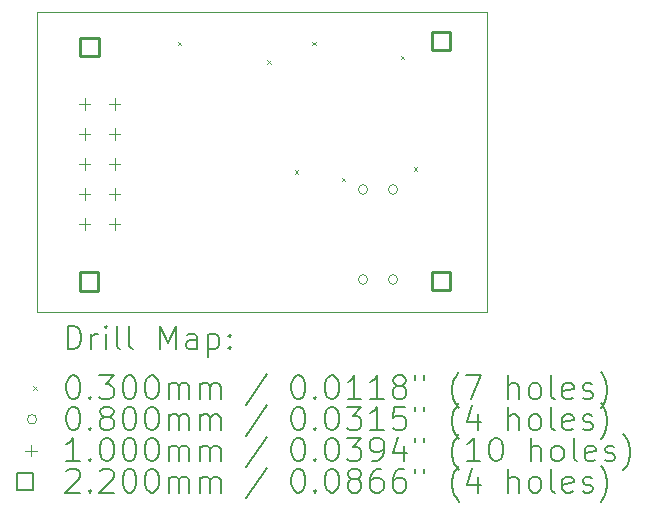
<source format=gbr>
%TF.GenerationSoftware,KiCad,Pcbnew,9.0.3*%
%TF.CreationDate,2025-07-11T14:36:58-05:00*%
%TF.ProjectId,drvplugin,64727670-6c75-4676-996e-2e6b69636164,rev?*%
%TF.SameCoordinates,Original*%
%TF.FileFunction,Drillmap*%
%TF.FilePolarity,Positive*%
%FSLAX45Y45*%
G04 Gerber Fmt 4.5, Leading zero omitted, Abs format (unit mm)*
G04 Created by KiCad (PCBNEW 9.0.3) date 2025-07-11 14:36:58*
%MOMM*%
%LPD*%
G01*
G04 APERTURE LIST*
%ADD10C,0.050000*%
%ADD11C,0.200000*%
%ADD12C,0.100000*%
%ADD13C,0.220000*%
G04 APERTURE END LIST*
D10*
X3540000Y-4210000D02*
X7350000Y-4210000D01*
X7350000Y-6750000D01*
X3540000Y-6750000D01*
X3540000Y-4210000D01*
D11*
D12*
X4730000Y-4460000D02*
X4760000Y-4490000D01*
X4760000Y-4460000D02*
X4730000Y-4490000D01*
X5490000Y-4615000D02*
X5520000Y-4645000D01*
X5520000Y-4615000D02*
X5490000Y-4645000D01*
X5722500Y-5547500D02*
X5752500Y-5577500D01*
X5752500Y-5547500D02*
X5722500Y-5577500D01*
X5870000Y-4460000D02*
X5900000Y-4490000D01*
X5900000Y-4460000D02*
X5870000Y-4490000D01*
X6120000Y-5610000D02*
X6150000Y-5640000D01*
X6150000Y-5610000D02*
X6120000Y-5640000D01*
X6617500Y-4577500D02*
X6647500Y-4607500D01*
X6647500Y-4577500D02*
X6617500Y-4607500D01*
X6727500Y-5522500D02*
X6757500Y-5552500D01*
X6757500Y-5522500D02*
X6727500Y-5552500D01*
X6340000Y-5710000D02*
G75*
G02*
X6260000Y-5710000I-40000J0D01*
G01*
X6260000Y-5710000D02*
G75*
G02*
X6340000Y-5710000I40000J0D01*
G01*
X6340000Y-6472000D02*
G75*
G02*
X6260000Y-6472000I-40000J0D01*
G01*
X6260000Y-6472000D02*
G75*
G02*
X6340000Y-6472000I40000J0D01*
G01*
X6594000Y-5710000D02*
G75*
G02*
X6514000Y-5710000I-40000J0D01*
G01*
X6514000Y-5710000D02*
G75*
G02*
X6594000Y-5710000I40000J0D01*
G01*
X6594000Y-6472000D02*
G75*
G02*
X6514000Y-6472000I-40000J0D01*
G01*
X6514000Y-6472000D02*
G75*
G02*
X6594000Y-6472000I40000J0D01*
G01*
X3942500Y-4937000D02*
X3942500Y-5037000D01*
X3892500Y-4987000D02*
X3992500Y-4987000D01*
X3942500Y-5191000D02*
X3942500Y-5291000D01*
X3892500Y-5241000D02*
X3992500Y-5241000D01*
X3942500Y-5445000D02*
X3942500Y-5545000D01*
X3892500Y-5495000D02*
X3992500Y-5495000D01*
X3942500Y-5699000D02*
X3942500Y-5799000D01*
X3892500Y-5749000D02*
X3992500Y-5749000D01*
X3942500Y-5953000D02*
X3942500Y-6053000D01*
X3892500Y-6003000D02*
X3992500Y-6003000D01*
X4196500Y-4937000D02*
X4196500Y-5037000D01*
X4146500Y-4987000D02*
X4246500Y-4987000D01*
X4196500Y-5191000D02*
X4196500Y-5291000D01*
X4146500Y-5241000D02*
X4246500Y-5241000D01*
X4196500Y-5445000D02*
X4196500Y-5545000D01*
X4146500Y-5495000D02*
X4246500Y-5495000D01*
X4196500Y-5699000D02*
X4196500Y-5799000D01*
X4146500Y-5749000D02*
X4246500Y-5749000D01*
X4196500Y-5953000D02*
X4196500Y-6053000D01*
X4146500Y-6003000D02*
X4246500Y-6003000D01*
D13*
X4057782Y-6567782D02*
X4057782Y-6412217D01*
X3902217Y-6412217D01*
X3902217Y-6567782D01*
X4057782Y-6567782D01*
X4062782Y-4582783D02*
X4062782Y-4427218D01*
X3907217Y-4427218D01*
X3907217Y-4582783D01*
X4062782Y-4582783D01*
X7037782Y-4532783D02*
X7037782Y-4377218D01*
X6882217Y-4377218D01*
X6882217Y-4532783D01*
X7037782Y-4532783D01*
X7037782Y-6562782D02*
X7037782Y-6407217D01*
X6882217Y-6407217D01*
X6882217Y-6562782D01*
X7037782Y-6562782D01*
D11*
X3798277Y-7063984D02*
X3798277Y-6863984D01*
X3798277Y-6863984D02*
X3845896Y-6863984D01*
X3845896Y-6863984D02*
X3874467Y-6873508D01*
X3874467Y-6873508D02*
X3893515Y-6892555D01*
X3893515Y-6892555D02*
X3903039Y-6911603D01*
X3903039Y-6911603D02*
X3912562Y-6949698D01*
X3912562Y-6949698D02*
X3912562Y-6978269D01*
X3912562Y-6978269D02*
X3903039Y-7016365D01*
X3903039Y-7016365D02*
X3893515Y-7035412D01*
X3893515Y-7035412D02*
X3874467Y-7054460D01*
X3874467Y-7054460D02*
X3845896Y-7063984D01*
X3845896Y-7063984D02*
X3798277Y-7063984D01*
X3998277Y-7063984D02*
X3998277Y-6930650D01*
X3998277Y-6968746D02*
X4007801Y-6949698D01*
X4007801Y-6949698D02*
X4017324Y-6940174D01*
X4017324Y-6940174D02*
X4036372Y-6930650D01*
X4036372Y-6930650D02*
X4055420Y-6930650D01*
X4122086Y-7063984D02*
X4122086Y-6930650D01*
X4122086Y-6863984D02*
X4112562Y-6873508D01*
X4112562Y-6873508D02*
X4122086Y-6883031D01*
X4122086Y-6883031D02*
X4131610Y-6873508D01*
X4131610Y-6873508D02*
X4122086Y-6863984D01*
X4122086Y-6863984D02*
X4122086Y-6883031D01*
X4245896Y-7063984D02*
X4226848Y-7054460D01*
X4226848Y-7054460D02*
X4217324Y-7035412D01*
X4217324Y-7035412D02*
X4217324Y-6863984D01*
X4350658Y-7063984D02*
X4331610Y-7054460D01*
X4331610Y-7054460D02*
X4322086Y-7035412D01*
X4322086Y-7035412D02*
X4322086Y-6863984D01*
X4579229Y-7063984D02*
X4579229Y-6863984D01*
X4579229Y-6863984D02*
X4645896Y-7006841D01*
X4645896Y-7006841D02*
X4712563Y-6863984D01*
X4712563Y-6863984D02*
X4712563Y-7063984D01*
X4893515Y-7063984D02*
X4893515Y-6959222D01*
X4893515Y-6959222D02*
X4883991Y-6940174D01*
X4883991Y-6940174D02*
X4864944Y-6930650D01*
X4864944Y-6930650D02*
X4826848Y-6930650D01*
X4826848Y-6930650D02*
X4807801Y-6940174D01*
X4893515Y-7054460D02*
X4874467Y-7063984D01*
X4874467Y-7063984D02*
X4826848Y-7063984D01*
X4826848Y-7063984D02*
X4807801Y-7054460D01*
X4807801Y-7054460D02*
X4798277Y-7035412D01*
X4798277Y-7035412D02*
X4798277Y-7016365D01*
X4798277Y-7016365D02*
X4807801Y-6997317D01*
X4807801Y-6997317D02*
X4826848Y-6987793D01*
X4826848Y-6987793D02*
X4874467Y-6987793D01*
X4874467Y-6987793D02*
X4893515Y-6978269D01*
X4988753Y-6930650D02*
X4988753Y-7130650D01*
X4988753Y-6940174D02*
X5007801Y-6930650D01*
X5007801Y-6930650D02*
X5045896Y-6930650D01*
X5045896Y-6930650D02*
X5064944Y-6940174D01*
X5064944Y-6940174D02*
X5074467Y-6949698D01*
X5074467Y-6949698D02*
X5083991Y-6968746D01*
X5083991Y-6968746D02*
X5083991Y-7025888D01*
X5083991Y-7025888D02*
X5074467Y-7044936D01*
X5074467Y-7044936D02*
X5064944Y-7054460D01*
X5064944Y-7054460D02*
X5045896Y-7063984D01*
X5045896Y-7063984D02*
X5007801Y-7063984D01*
X5007801Y-7063984D02*
X4988753Y-7054460D01*
X5169705Y-7044936D02*
X5179229Y-7054460D01*
X5179229Y-7054460D02*
X5169705Y-7063984D01*
X5169705Y-7063984D02*
X5160182Y-7054460D01*
X5160182Y-7054460D02*
X5169705Y-7044936D01*
X5169705Y-7044936D02*
X5169705Y-7063984D01*
X5169705Y-6940174D02*
X5179229Y-6949698D01*
X5179229Y-6949698D02*
X5169705Y-6959222D01*
X5169705Y-6959222D02*
X5160182Y-6949698D01*
X5160182Y-6949698D02*
X5169705Y-6940174D01*
X5169705Y-6940174D02*
X5169705Y-6959222D01*
D12*
X3507500Y-7377500D02*
X3537500Y-7407500D01*
X3537500Y-7377500D02*
X3507500Y-7407500D01*
D11*
X3836372Y-7283984D02*
X3855420Y-7283984D01*
X3855420Y-7283984D02*
X3874467Y-7293508D01*
X3874467Y-7293508D02*
X3883991Y-7303031D01*
X3883991Y-7303031D02*
X3893515Y-7322079D01*
X3893515Y-7322079D02*
X3903039Y-7360174D01*
X3903039Y-7360174D02*
X3903039Y-7407793D01*
X3903039Y-7407793D02*
X3893515Y-7445888D01*
X3893515Y-7445888D02*
X3883991Y-7464936D01*
X3883991Y-7464936D02*
X3874467Y-7474460D01*
X3874467Y-7474460D02*
X3855420Y-7483984D01*
X3855420Y-7483984D02*
X3836372Y-7483984D01*
X3836372Y-7483984D02*
X3817324Y-7474460D01*
X3817324Y-7474460D02*
X3807801Y-7464936D01*
X3807801Y-7464936D02*
X3798277Y-7445888D01*
X3798277Y-7445888D02*
X3788753Y-7407793D01*
X3788753Y-7407793D02*
X3788753Y-7360174D01*
X3788753Y-7360174D02*
X3798277Y-7322079D01*
X3798277Y-7322079D02*
X3807801Y-7303031D01*
X3807801Y-7303031D02*
X3817324Y-7293508D01*
X3817324Y-7293508D02*
X3836372Y-7283984D01*
X3988753Y-7464936D02*
X3998277Y-7474460D01*
X3998277Y-7474460D02*
X3988753Y-7483984D01*
X3988753Y-7483984D02*
X3979229Y-7474460D01*
X3979229Y-7474460D02*
X3988753Y-7464936D01*
X3988753Y-7464936D02*
X3988753Y-7483984D01*
X4064943Y-7283984D02*
X4188753Y-7283984D01*
X4188753Y-7283984D02*
X4122086Y-7360174D01*
X4122086Y-7360174D02*
X4150658Y-7360174D01*
X4150658Y-7360174D02*
X4169705Y-7369698D01*
X4169705Y-7369698D02*
X4179229Y-7379222D01*
X4179229Y-7379222D02*
X4188753Y-7398269D01*
X4188753Y-7398269D02*
X4188753Y-7445888D01*
X4188753Y-7445888D02*
X4179229Y-7464936D01*
X4179229Y-7464936D02*
X4169705Y-7474460D01*
X4169705Y-7474460D02*
X4150658Y-7483984D01*
X4150658Y-7483984D02*
X4093515Y-7483984D01*
X4093515Y-7483984D02*
X4074467Y-7474460D01*
X4074467Y-7474460D02*
X4064943Y-7464936D01*
X4312563Y-7283984D02*
X4331610Y-7283984D01*
X4331610Y-7283984D02*
X4350658Y-7293508D01*
X4350658Y-7293508D02*
X4360182Y-7303031D01*
X4360182Y-7303031D02*
X4369705Y-7322079D01*
X4369705Y-7322079D02*
X4379229Y-7360174D01*
X4379229Y-7360174D02*
X4379229Y-7407793D01*
X4379229Y-7407793D02*
X4369705Y-7445888D01*
X4369705Y-7445888D02*
X4360182Y-7464936D01*
X4360182Y-7464936D02*
X4350658Y-7474460D01*
X4350658Y-7474460D02*
X4331610Y-7483984D01*
X4331610Y-7483984D02*
X4312563Y-7483984D01*
X4312563Y-7483984D02*
X4293515Y-7474460D01*
X4293515Y-7474460D02*
X4283991Y-7464936D01*
X4283991Y-7464936D02*
X4274467Y-7445888D01*
X4274467Y-7445888D02*
X4264944Y-7407793D01*
X4264944Y-7407793D02*
X4264944Y-7360174D01*
X4264944Y-7360174D02*
X4274467Y-7322079D01*
X4274467Y-7322079D02*
X4283991Y-7303031D01*
X4283991Y-7303031D02*
X4293515Y-7293508D01*
X4293515Y-7293508D02*
X4312563Y-7283984D01*
X4503039Y-7283984D02*
X4522086Y-7283984D01*
X4522086Y-7283984D02*
X4541134Y-7293508D01*
X4541134Y-7293508D02*
X4550658Y-7303031D01*
X4550658Y-7303031D02*
X4560182Y-7322079D01*
X4560182Y-7322079D02*
X4569705Y-7360174D01*
X4569705Y-7360174D02*
X4569705Y-7407793D01*
X4569705Y-7407793D02*
X4560182Y-7445888D01*
X4560182Y-7445888D02*
X4550658Y-7464936D01*
X4550658Y-7464936D02*
X4541134Y-7474460D01*
X4541134Y-7474460D02*
X4522086Y-7483984D01*
X4522086Y-7483984D02*
X4503039Y-7483984D01*
X4503039Y-7483984D02*
X4483991Y-7474460D01*
X4483991Y-7474460D02*
X4474467Y-7464936D01*
X4474467Y-7464936D02*
X4464944Y-7445888D01*
X4464944Y-7445888D02*
X4455420Y-7407793D01*
X4455420Y-7407793D02*
X4455420Y-7360174D01*
X4455420Y-7360174D02*
X4464944Y-7322079D01*
X4464944Y-7322079D02*
X4474467Y-7303031D01*
X4474467Y-7303031D02*
X4483991Y-7293508D01*
X4483991Y-7293508D02*
X4503039Y-7283984D01*
X4655420Y-7483984D02*
X4655420Y-7350650D01*
X4655420Y-7369698D02*
X4664944Y-7360174D01*
X4664944Y-7360174D02*
X4683991Y-7350650D01*
X4683991Y-7350650D02*
X4712563Y-7350650D01*
X4712563Y-7350650D02*
X4731610Y-7360174D01*
X4731610Y-7360174D02*
X4741134Y-7379222D01*
X4741134Y-7379222D02*
X4741134Y-7483984D01*
X4741134Y-7379222D02*
X4750658Y-7360174D01*
X4750658Y-7360174D02*
X4769705Y-7350650D01*
X4769705Y-7350650D02*
X4798277Y-7350650D01*
X4798277Y-7350650D02*
X4817325Y-7360174D01*
X4817325Y-7360174D02*
X4826848Y-7379222D01*
X4826848Y-7379222D02*
X4826848Y-7483984D01*
X4922086Y-7483984D02*
X4922086Y-7350650D01*
X4922086Y-7369698D02*
X4931610Y-7360174D01*
X4931610Y-7360174D02*
X4950658Y-7350650D01*
X4950658Y-7350650D02*
X4979229Y-7350650D01*
X4979229Y-7350650D02*
X4998277Y-7360174D01*
X4998277Y-7360174D02*
X5007801Y-7379222D01*
X5007801Y-7379222D02*
X5007801Y-7483984D01*
X5007801Y-7379222D02*
X5017325Y-7360174D01*
X5017325Y-7360174D02*
X5036372Y-7350650D01*
X5036372Y-7350650D02*
X5064944Y-7350650D01*
X5064944Y-7350650D02*
X5083991Y-7360174D01*
X5083991Y-7360174D02*
X5093515Y-7379222D01*
X5093515Y-7379222D02*
X5093515Y-7483984D01*
X5483991Y-7274460D02*
X5312563Y-7531603D01*
X5741134Y-7283984D02*
X5760182Y-7283984D01*
X5760182Y-7283984D02*
X5779229Y-7293508D01*
X5779229Y-7293508D02*
X5788753Y-7303031D01*
X5788753Y-7303031D02*
X5798277Y-7322079D01*
X5798277Y-7322079D02*
X5807801Y-7360174D01*
X5807801Y-7360174D02*
X5807801Y-7407793D01*
X5807801Y-7407793D02*
X5798277Y-7445888D01*
X5798277Y-7445888D02*
X5788753Y-7464936D01*
X5788753Y-7464936D02*
X5779229Y-7474460D01*
X5779229Y-7474460D02*
X5760182Y-7483984D01*
X5760182Y-7483984D02*
X5741134Y-7483984D01*
X5741134Y-7483984D02*
X5722086Y-7474460D01*
X5722086Y-7474460D02*
X5712563Y-7464936D01*
X5712563Y-7464936D02*
X5703039Y-7445888D01*
X5703039Y-7445888D02*
X5693515Y-7407793D01*
X5693515Y-7407793D02*
X5693515Y-7360174D01*
X5693515Y-7360174D02*
X5703039Y-7322079D01*
X5703039Y-7322079D02*
X5712563Y-7303031D01*
X5712563Y-7303031D02*
X5722086Y-7293508D01*
X5722086Y-7293508D02*
X5741134Y-7283984D01*
X5893515Y-7464936D02*
X5903039Y-7474460D01*
X5903039Y-7474460D02*
X5893515Y-7483984D01*
X5893515Y-7483984D02*
X5883991Y-7474460D01*
X5883991Y-7474460D02*
X5893515Y-7464936D01*
X5893515Y-7464936D02*
X5893515Y-7483984D01*
X6026848Y-7283984D02*
X6045896Y-7283984D01*
X6045896Y-7283984D02*
X6064944Y-7293508D01*
X6064944Y-7293508D02*
X6074467Y-7303031D01*
X6074467Y-7303031D02*
X6083991Y-7322079D01*
X6083991Y-7322079D02*
X6093515Y-7360174D01*
X6093515Y-7360174D02*
X6093515Y-7407793D01*
X6093515Y-7407793D02*
X6083991Y-7445888D01*
X6083991Y-7445888D02*
X6074467Y-7464936D01*
X6074467Y-7464936D02*
X6064944Y-7474460D01*
X6064944Y-7474460D02*
X6045896Y-7483984D01*
X6045896Y-7483984D02*
X6026848Y-7483984D01*
X6026848Y-7483984D02*
X6007801Y-7474460D01*
X6007801Y-7474460D02*
X5998277Y-7464936D01*
X5998277Y-7464936D02*
X5988753Y-7445888D01*
X5988753Y-7445888D02*
X5979229Y-7407793D01*
X5979229Y-7407793D02*
X5979229Y-7360174D01*
X5979229Y-7360174D02*
X5988753Y-7322079D01*
X5988753Y-7322079D02*
X5998277Y-7303031D01*
X5998277Y-7303031D02*
X6007801Y-7293508D01*
X6007801Y-7293508D02*
X6026848Y-7283984D01*
X6283991Y-7483984D02*
X6169706Y-7483984D01*
X6226848Y-7483984D02*
X6226848Y-7283984D01*
X6226848Y-7283984D02*
X6207801Y-7312555D01*
X6207801Y-7312555D02*
X6188753Y-7331603D01*
X6188753Y-7331603D02*
X6169706Y-7341127D01*
X6474467Y-7483984D02*
X6360182Y-7483984D01*
X6417325Y-7483984D02*
X6417325Y-7283984D01*
X6417325Y-7283984D02*
X6398277Y-7312555D01*
X6398277Y-7312555D02*
X6379229Y-7331603D01*
X6379229Y-7331603D02*
X6360182Y-7341127D01*
X6588753Y-7369698D02*
X6569706Y-7360174D01*
X6569706Y-7360174D02*
X6560182Y-7350650D01*
X6560182Y-7350650D02*
X6550658Y-7331603D01*
X6550658Y-7331603D02*
X6550658Y-7322079D01*
X6550658Y-7322079D02*
X6560182Y-7303031D01*
X6560182Y-7303031D02*
X6569706Y-7293508D01*
X6569706Y-7293508D02*
X6588753Y-7283984D01*
X6588753Y-7283984D02*
X6626848Y-7283984D01*
X6626848Y-7283984D02*
X6645896Y-7293508D01*
X6645896Y-7293508D02*
X6655420Y-7303031D01*
X6655420Y-7303031D02*
X6664944Y-7322079D01*
X6664944Y-7322079D02*
X6664944Y-7331603D01*
X6664944Y-7331603D02*
X6655420Y-7350650D01*
X6655420Y-7350650D02*
X6645896Y-7360174D01*
X6645896Y-7360174D02*
X6626848Y-7369698D01*
X6626848Y-7369698D02*
X6588753Y-7369698D01*
X6588753Y-7369698D02*
X6569706Y-7379222D01*
X6569706Y-7379222D02*
X6560182Y-7388746D01*
X6560182Y-7388746D02*
X6550658Y-7407793D01*
X6550658Y-7407793D02*
X6550658Y-7445888D01*
X6550658Y-7445888D02*
X6560182Y-7464936D01*
X6560182Y-7464936D02*
X6569706Y-7474460D01*
X6569706Y-7474460D02*
X6588753Y-7483984D01*
X6588753Y-7483984D02*
X6626848Y-7483984D01*
X6626848Y-7483984D02*
X6645896Y-7474460D01*
X6645896Y-7474460D02*
X6655420Y-7464936D01*
X6655420Y-7464936D02*
X6664944Y-7445888D01*
X6664944Y-7445888D02*
X6664944Y-7407793D01*
X6664944Y-7407793D02*
X6655420Y-7388746D01*
X6655420Y-7388746D02*
X6645896Y-7379222D01*
X6645896Y-7379222D02*
X6626848Y-7369698D01*
X6741134Y-7283984D02*
X6741134Y-7322079D01*
X6817325Y-7283984D02*
X6817325Y-7322079D01*
X7112563Y-7560174D02*
X7103039Y-7550650D01*
X7103039Y-7550650D02*
X7083991Y-7522079D01*
X7083991Y-7522079D02*
X7074468Y-7503031D01*
X7074468Y-7503031D02*
X7064944Y-7474460D01*
X7064944Y-7474460D02*
X7055420Y-7426841D01*
X7055420Y-7426841D02*
X7055420Y-7388746D01*
X7055420Y-7388746D02*
X7064944Y-7341127D01*
X7064944Y-7341127D02*
X7074468Y-7312555D01*
X7074468Y-7312555D02*
X7083991Y-7293508D01*
X7083991Y-7293508D02*
X7103039Y-7264936D01*
X7103039Y-7264936D02*
X7112563Y-7255412D01*
X7169706Y-7283984D02*
X7303039Y-7283984D01*
X7303039Y-7283984D02*
X7217325Y-7483984D01*
X7531610Y-7483984D02*
X7531610Y-7283984D01*
X7617325Y-7483984D02*
X7617325Y-7379222D01*
X7617325Y-7379222D02*
X7607801Y-7360174D01*
X7607801Y-7360174D02*
X7588753Y-7350650D01*
X7588753Y-7350650D02*
X7560182Y-7350650D01*
X7560182Y-7350650D02*
X7541134Y-7360174D01*
X7541134Y-7360174D02*
X7531610Y-7369698D01*
X7741134Y-7483984D02*
X7722087Y-7474460D01*
X7722087Y-7474460D02*
X7712563Y-7464936D01*
X7712563Y-7464936D02*
X7703039Y-7445888D01*
X7703039Y-7445888D02*
X7703039Y-7388746D01*
X7703039Y-7388746D02*
X7712563Y-7369698D01*
X7712563Y-7369698D02*
X7722087Y-7360174D01*
X7722087Y-7360174D02*
X7741134Y-7350650D01*
X7741134Y-7350650D02*
X7769706Y-7350650D01*
X7769706Y-7350650D02*
X7788753Y-7360174D01*
X7788753Y-7360174D02*
X7798277Y-7369698D01*
X7798277Y-7369698D02*
X7807801Y-7388746D01*
X7807801Y-7388746D02*
X7807801Y-7445888D01*
X7807801Y-7445888D02*
X7798277Y-7464936D01*
X7798277Y-7464936D02*
X7788753Y-7474460D01*
X7788753Y-7474460D02*
X7769706Y-7483984D01*
X7769706Y-7483984D02*
X7741134Y-7483984D01*
X7922087Y-7483984D02*
X7903039Y-7474460D01*
X7903039Y-7474460D02*
X7893515Y-7455412D01*
X7893515Y-7455412D02*
X7893515Y-7283984D01*
X8074468Y-7474460D02*
X8055420Y-7483984D01*
X8055420Y-7483984D02*
X8017325Y-7483984D01*
X8017325Y-7483984D02*
X7998277Y-7474460D01*
X7998277Y-7474460D02*
X7988753Y-7455412D01*
X7988753Y-7455412D02*
X7988753Y-7379222D01*
X7988753Y-7379222D02*
X7998277Y-7360174D01*
X7998277Y-7360174D02*
X8017325Y-7350650D01*
X8017325Y-7350650D02*
X8055420Y-7350650D01*
X8055420Y-7350650D02*
X8074468Y-7360174D01*
X8074468Y-7360174D02*
X8083991Y-7379222D01*
X8083991Y-7379222D02*
X8083991Y-7398269D01*
X8083991Y-7398269D02*
X7988753Y-7417317D01*
X8160182Y-7474460D02*
X8179230Y-7483984D01*
X8179230Y-7483984D02*
X8217325Y-7483984D01*
X8217325Y-7483984D02*
X8236372Y-7474460D01*
X8236372Y-7474460D02*
X8245896Y-7455412D01*
X8245896Y-7455412D02*
X8245896Y-7445888D01*
X8245896Y-7445888D02*
X8236372Y-7426841D01*
X8236372Y-7426841D02*
X8217325Y-7417317D01*
X8217325Y-7417317D02*
X8188753Y-7417317D01*
X8188753Y-7417317D02*
X8169706Y-7407793D01*
X8169706Y-7407793D02*
X8160182Y-7388746D01*
X8160182Y-7388746D02*
X8160182Y-7379222D01*
X8160182Y-7379222D02*
X8169706Y-7360174D01*
X8169706Y-7360174D02*
X8188753Y-7350650D01*
X8188753Y-7350650D02*
X8217325Y-7350650D01*
X8217325Y-7350650D02*
X8236372Y-7360174D01*
X8312563Y-7560174D02*
X8322087Y-7550650D01*
X8322087Y-7550650D02*
X8341134Y-7522079D01*
X8341134Y-7522079D02*
X8350658Y-7503031D01*
X8350658Y-7503031D02*
X8360182Y-7474460D01*
X8360182Y-7474460D02*
X8369706Y-7426841D01*
X8369706Y-7426841D02*
X8369706Y-7388746D01*
X8369706Y-7388746D02*
X8360182Y-7341127D01*
X8360182Y-7341127D02*
X8350658Y-7312555D01*
X8350658Y-7312555D02*
X8341134Y-7293508D01*
X8341134Y-7293508D02*
X8322087Y-7264936D01*
X8322087Y-7264936D02*
X8312563Y-7255412D01*
D12*
X3537500Y-7656500D02*
G75*
G02*
X3457500Y-7656500I-40000J0D01*
G01*
X3457500Y-7656500D02*
G75*
G02*
X3537500Y-7656500I40000J0D01*
G01*
D11*
X3836372Y-7547984D02*
X3855420Y-7547984D01*
X3855420Y-7547984D02*
X3874467Y-7557508D01*
X3874467Y-7557508D02*
X3883991Y-7567031D01*
X3883991Y-7567031D02*
X3893515Y-7586079D01*
X3893515Y-7586079D02*
X3903039Y-7624174D01*
X3903039Y-7624174D02*
X3903039Y-7671793D01*
X3903039Y-7671793D02*
X3893515Y-7709888D01*
X3893515Y-7709888D02*
X3883991Y-7728936D01*
X3883991Y-7728936D02*
X3874467Y-7738460D01*
X3874467Y-7738460D02*
X3855420Y-7747984D01*
X3855420Y-7747984D02*
X3836372Y-7747984D01*
X3836372Y-7747984D02*
X3817324Y-7738460D01*
X3817324Y-7738460D02*
X3807801Y-7728936D01*
X3807801Y-7728936D02*
X3798277Y-7709888D01*
X3798277Y-7709888D02*
X3788753Y-7671793D01*
X3788753Y-7671793D02*
X3788753Y-7624174D01*
X3788753Y-7624174D02*
X3798277Y-7586079D01*
X3798277Y-7586079D02*
X3807801Y-7567031D01*
X3807801Y-7567031D02*
X3817324Y-7557508D01*
X3817324Y-7557508D02*
X3836372Y-7547984D01*
X3988753Y-7728936D02*
X3998277Y-7738460D01*
X3998277Y-7738460D02*
X3988753Y-7747984D01*
X3988753Y-7747984D02*
X3979229Y-7738460D01*
X3979229Y-7738460D02*
X3988753Y-7728936D01*
X3988753Y-7728936D02*
X3988753Y-7747984D01*
X4112562Y-7633698D02*
X4093515Y-7624174D01*
X4093515Y-7624174D02*
X4083991Y-7614650D01*
X4083991Y-7614650D02*
X4074467Y-7595603D01*
X4074467Y-7595603D02*
X4074467Y-7586079D01*
X4074467Y-7586079D02*
X4083991Y-7567031D01*
X4083991Y-7567031D02*
X4093515Y-7557508D01*
X4093515Y-7557508D02*
X4112562Y-7547984D01*
X4112562Y-7547984D02*
X4150658Y-7547984D01*
X4150658Y-7547984D02*
X4169705Y-7557508D01*
X4169705Y-7557508D02*
X4179229Y-7567031D01*
X4179229Y-7567031D02*
X4188753Y-7586079D01*
X4188753Y-7586079D02*
X4188753Y-7595603D01*
X4188753Y-7595603D02*
X4179229Y-7614650D01*
X4179229Y-7614650D02*
X4169705Y-7624174D01*
X4169705Y-7624174D02*
X4150658Y-7633698D01*
X4150658Y-7633698D02*
X4112562Y-7633698D01*
X4112562Y-7633698D02*
X4093515Y-7643222D01*
X4093515Y-7643222D02*
X4083991Y-7652746D01*
X4083991Y-7652746D02*
X4074467Y-7671793D01*
X4074467Y-7671793D02*
X4074467Y-7709888D01*
X4074467Y-7709888D02*
X4083991Y-7728936D01*
X4083991Y-7728936D02*
X4093515Y-7738460D01*
X4093515Y-7738460D02*
X4112562Y-7747984D01*
X4112562Y-7747984D02*
X4150658Y-7747984D01*
X4150658Y-7747984D02*
X4169705Y-7738460D01*
X4169705Y-7738460D02*
X4179229Y-7728936D01*
X4179229Y-7728936D02*
X4188753Y-7709888D01*
X4188753Y-7709888D02*
X4188753Y-7671793D01*
X4188753Y-7671793D02*
X4179229Y-7652746D01*
X4179229Y-7652746D02*
X4169705Y-7643222D01*
X4169705Y-7643222D02*
X4150658Y-7633698D01*
X4312563Y-7547984D02*
X4331610Y-7547984D01*
X4331610Y-7547984D02*
X4350658Y-7557508D01*
X4350658Y-7557508D02*
X4360182Y-7567031D01*
X4360182Y-7567031D02*
X4369705Y-7586079D01*
X4369705Y-7586079D02*
X4379229Y-7624174D01*
X4379229Y-7624174D02*
X4379229Y-7671793D01*
X4379229Y-7671793D02*
X4369705Y-7709888D01*
X4369705Y-7709888D02*
X4360182Y-7728936D01*
X4360182Y-7728936D02*
X4350658Y-7738460D01*
X4350658Y-7738460D02*
X4331610Y-7747984D01*
X4331610Y-7747984D02*
X4312563Y-7747984D01*
X4312563Y-7747984D02*
X4293515Y-7738460D01*
X4293515Y-7738460D02*
X4283991Y-7728936D01*
X4283991Y-7728936D02*
X4274467Y-7709888D01*
X4274467Y-7709888D02*
X4264944Y-7671793D01*
X4264944Y-7671793D02*
X4264944Y-7624174D01*
X4264944Y-7624174D02*
X4274467Y-7586079D01*
X4274467Y-7586079D02*
X4283991Y-7567031D01*
X4283991Y-7567031D02*
X4293515Y-7557508D01*
X4293515Y-7557508D02*
X4312563Y-7547984D01*
X4503039Y-7547984D02*
X4522086Y-7547984D01*
X4522086Y-7547984D02*
X4541134Y-7557508D01*
X4541134Y-7557508D02*
X4550658Y-7567031D01*
X4550658Y-7567031D02*
X4560182Y-7586079D01*
X4560182Y-7586079D02*
X4569705Y-7624174D01*
X4569705Y-7624174D02*
X4569705Y-7671793D01*
X4569705Y-7671793D02*
X4560182Y-7709888D01*
X4560182Y-7709888D02*
X4550658Y-7728936D01*
X4550658Y-7728936D02*
X4541134Y-7738460D01*
X4541134Y-7738460D02*
X4522086Y-7747984D01*
X4522086Y-7747984D02*
X4503039Y-7747984D01*
X4503039Y-7747984D02*
X4483991Y-7738460D01*
X4483991Y-7738460D02*
X4474467Y-7728936D01*
X4474467Y-7728936D02*
X4464944Y-7709888D01*
X4464944Y-7709888D02*
X4455420Y-7671793D01*
X4455420Y-7671793D02*
X4455420Y-7624174D01*
X4455420Y-7624174D02*
X4464944Y-7586079D01*
X4464944Y-7586079D02*
X4474467Y-7567031D01*
X4474467Y-7567031D02*
X4483991Y-7557508D01*
X4483991Y-7557508D02*
X4503039Y-7547984D01*
X4655420Y-7747984D02*
X4655420Y-7614650D01*
X4655420Y-7633698D02*
X4664944Y-7624174D01*
X4664944Y-7624174D02*
X4683991Y-7614650D01*
X4683991Y-7614650D02*
X4712563Y-7614650D01*
X4712563Y-7614650D02*
X4731610Y-7624174D01*
X4731610Y-7624174D02*
X4741134Y-7643222D01*
X4741134Y-7643222D02*
X4741134Y-7747984D01*
X4741134Y-7643222D02*
X4750658Y-7624174D01*
X4750658Y-7624174D02*
X4769705Y-7614650D01*
X4769705Y-7614650D02*
X4798277Y-7614650D01*
X4798277Y-7614650D02*
X4817325Y-7624174D01*
X4817325Y-7624174D02*
X4826848Y-7643222D01*
X4826848Y-7643222D02*
X4826848Y-7747984D01*
X4922086Y-7747984D02*
X4922086Y-7614650D01*
X4922086Y-7633698D02*
X4931610Y-7624174D01*
X4931610Y-7624174D02*
X4950658Y-7614650D01*
X4950658Y-7614650D02*
X4979229Y-7614650D01*
X4979229Y-7614650D02*
X4998277Y-7624174D01*
X4998277Y-7624174D02*
X5007801Y-7643222D01*
X5007801Y-7643222D02*
X5007801Y-7747984D01*
X5007801Y-7643222D02*
X5017325Y-7624174D01*
X5017325Y-7624174D02*
X5036372Y-7614650D01*
X5036372Y-7614650D02*
X5064944Y-7614650D01*
X5064944Y-7614650D02*
X5083991Y-7624174D01*
X5083991Y-7624174D02*
X5093515Y-7643222D01*
X5093515Y-7643222D02*
X5093515Y-7747984D01*
X5483991Y-7538460D02*
X5312563Y-7795603D01*
X5741134Y-7547984D02*
X5760182Y-7547984D01*
X5760182Y-7547984D02*
X5779229Y-7557508D01*
X5779229Y-7557508D02*
X5788753Y-7567031D01*
X5788753Y-7567031D02*
X5798277Y-7586079D01*
X5798277Y-7586079D02*
X5807801Y-7624174D01*
X5807801Y-7624174D02*
X5807801Y-7671793D01*
X5807801Y-7671793D02*
X5798277Y-7709888D01*
X5798277Y-7709888D02*
X5788753Y-7728936D01*
X5788753Y-7728936D02*
X5779229Y-7738460D01*
X5779229Y-7738460D02*
X5760182Y-7747984D01*
X5760182Y-7747984D02*
X5741134Y-7747984D01*
X5741134Y-7747984D02*
X5722086Y-7738460D01*
X5722086Y-7738460D02*
X5712563Y-7728936D01*
X5712563Y-7728936D02*
X5703039Y-7709888D01*
X5703039Y-7709888D02*
X5693515Y-7671793D01*
X5693515Y-7671793D02*
X5693515Y-7624174D01*
X5693515Y-7624174D02*
X5703039Y-7586079D01*
X5703039Y-7586079D02*
X5712563Y-7567031D01*
X5712563Y-7567031D02*
X5722086Y-7557508D01*
X5722086Y-7557508D02*
X5741134Y-7547984D01*
X5893515Y-7728936D02*
X5903039Y-7738460D01*
X5903039Y-7738460D02*
X5893515Y-7747984D01*
X5893515Y-7747984D02*
X5883991Y-7738460D01*
X5883991Y-7738460D02*
X5893515Y-7728936D01*
X5893515Y-7728936D02*
X5893515Y-7747984D01*
X6026848Y-7547984D02*
X6045896Y-7547984D01*
X6045896Y-7547984D02*
X6064944Y-7557508D01*
X6064944Y-7557508D02*
X6074467Y-7567031D01*
X6074467Y-7567031D02*
X6083991Y-7586079D01*
X6083991Y-7586079D02*
X6093515Y-7624174D01*
X6093515Y-7624174D02*
X6093515Y-7671793D01*
X6093515Y-7671793D02*
X6083991Y-7709888D01*
X6083991Y-7709888D02*
X6074467Y-7728936D01*
X6074467Y-7728936D02*
X6064944Y-7738460D01*
X6064944Y-7738460D02*
X6045896Y-7747984D01*
X6045896Y-7747984D02*
X6026848Y-7747984D01*
X6026848Y-7747984D02*
X6007801Y-7738460D01*
X6007801Y-7738460D02*
X5998277Y-7728936D01*
X5998277Y-7728936D02*
X5988753Y-7709888D01*
X5988753Y-7709888D02*
X5979229Y-7671793D01*
X5979229Y-7671793D02*
X5979229Y-7624174D01*
X5979229Y-7624174D02*
X5988753Y-7586079D01*
X5988753Y-7586079D02*
X5998277Y-7567031D01*
X5998277Y-7567031D02*
X6007801Y-7557508D01*
X6007801Y-7557508D02*
X6026848Y-7547984D01*
X6160182Y-7547984D02*
X6283991Y-7547984D01*
X6283991Y-7547984D02*
X6217325Y-7624174D01*
X6217325Y-7624174D02*
X6245896Y-7624174D01*
X6245896Y-7624174D02*
X6264944Y-7633698D01*
X6264944Y-7633698D02*
X6274467Y-7643222D01*
X6274467Y-7643222D02*
X6283991Y-7662269D01*
X6283991Y-7662269D02*
X6283991Y-7709888D01*
X6283991Y-7709888D02*
X6274467Y-7728936D01*
X6274467Y-7728936D02*
X6264944Y-7738460D01*
X6264944Y-7738460D02*
X6245896Y-7747984D01*
X6245896Y-7747984D02*
X6188753Y-7747984D01*
X6188753Y-7747984D02*
X6169706Y-7738460D01*
X6169706Y-7738460D02*
X6160182Y-7728936D01*
X6474467Y-7747984D02*
X6360182Y-7747984D01*
X6417325Y-7747984D02*
X6417325Y-7547984D01*
X6417325Y-7547984D02*
X6398277Y-7576555D01*
X6398277Y-7576555D02*
X6379229Y-7595603D01*
X6379229Y-7595603D02*
X6360182Y-7605127D01*
X6655420Y-7547984D02*
X6560182Y-7547984D01*
X6560182Y-7547984D02*
X6550658Y-7643222D01*
X6550658Y-7643222D02*
X6560182Y-7633698D01*
X6560182Y-7633698D02*
X6579229Y-7624174D01*
X6579229Y-7624174D02*
X6626848Y-7624174D01*
X6626848Y-7624174D02*
X6645896Y-7633698D01*
X6645896Y-7633698D02*
X6655420Y-7643222D01*
X6655420Y-7643222D02*
X6664944Y-7662269D01*
X6664944Y-7662269D02*
X6664944Y-7709888D01*
X6664944Y-7709888D02*
X6655420Y-7728936D01*
X6655420Y-7728936D02*
X6645896Y-7738460D01*
X6645896Y-7738460D02*
X6626848Y-7747984D01*
X6626848Y-7747984D02*
X6579229Y-7747984D01*
X6579229Y-7747984D02*
X6560182Y-7738460D01*
X6560182Y-7738460D02*
X6550658Y-7728936D01*
X6741134Y-7547984D02*
X6741134Y-7586079D01*
X6817325Y-7547984D02*
X6817325Y-7586079D01*
X7112563Y-7824174D02*
X7103039Y-7814650D01*
X7103039Y-7814650D02*
X7083991Y-7786079D01*
X7083991Y-7786079D02*
X7074468Y-7767031D01*
X7074468Y-7767031D02*
X7064944Y-7738460D01*
X7064944Y-7738460D02*
X7055420Y-7690841D01*
X7055420Y-7690841D02*
X7055420Y-7652746D01*
X7055420Y-7652746D02*
X7064944Y-7605127D01*
X7064944Y-7605127D02*
X7074468Y-7576555D01*
X7074468Y-7576555D02*
X7083991Y-7557508D01*
X7083991Y-7557508D02*
X7103039Y-7528936D01*
X7103039Y-7528936D02*
X7112563Y-7519412D01*
X7274468Y-7614650D02*
X7274468Y-7747984D01*
X7226848Y-7538460D02*
X7179229Y-7681317D01*
X7179229Y-7681317D02*
X7303039Y-7681317D01*
X7531610Y-7747984D02*
X7531610Y-7547984D01*
X7617325Y-7747984D02*
X7617325Y-7643222D01*
X7617325Y-7643222D02*
X7607801Y-7624174D01*
X7607801Y-7624174D02*
X7588753Y-7614650D01*
X7588753Y-7614650D02*
X7560182Y-7614650D01*
X7560182Y-7614650D02*
X7541134Y-7624174D01*
X7541134Y-7624174D02*
X7531610Y-7633698D01*
X7741134Y-7747984D02*
X7722087Y-7738460D01*
X7722087Y-7738460D02*
X7712563Y-7728936D01*
X7712563Y-7728936D02*
X7703039Y-7709888D01*
X7703039Y-7709888D02*
X7703039Y-7652746D01*
X7703039Y-7652746D02*
X7712563Y-7633698D01*
X7712563Y-7633698D02*
X7722087Y-7624174D01*
X7722087Y-7624174D02*
X7741134Y-7614650D01*
X7741134Y-7614650D02*
X7769706Y-7614650D01*
X7769706Y-7614650D02*
X7788753Y-7624174D01*
X7788753Y-7624174D02*
X7798277Y-7633698D01*
X7798277Y-7633698D02*
X7807801Y-7652746D01*
X7807801Y-7652746D02*
X7807801Y-7709888D01*
X7807801Y-7709888D02*
X7798277Y-7728936D01*
X7798277Y-7728936D02*
X7788753Y-7738460D01*
X7788753Y-7738460D02*
X7769706Y-7747984D01*
X7769706Y-7747984D02*
X7741134Y-7747984D01*
X7922087Y-7747984D02*
X7903039Y-7738460D01*
X7903039Y-7738460D02*
X7893515Y-7719412D01*
X7893515Y-7719412D02*
X7893515Y-7547984D01*
X8074468Y-7738460D02*
X8055420Y-7747984D01*
X8055420Y-7747984D02*
X8017325Y-7747984D01*
X8017325Y-7747984D02*
X7998277Y-7738460D01*
X7998277Y-7738460D02*
X7988753Y-7719412D01*
X7988753Y-7719412D02*
X7988753Y-7643222D01*
X7988753Y-7643222D02*
X7998277Y-7624174D01*
X7998277Y-7624174D02*
X8017325Y-7614650D01*
X8017325Y-7614650D02*
X8055420Y-7614650D01*
X8055420Y-7614650D02*
X8074468Y-7624174D01*
X8074468Y-7624174D02*
X8083991Y-7643222D01*
X8083991Y-7643222D02*
X8083991Y-7662269D01*
X8083991Y-7662269D02*
X7988753Y-7681317D01*
X8160182Y-7738460D02*
X8179230Y-7747984D01*
X8179230Y-7747984D02*
X8217325Y-7747984D01*
X8217325Y-7747984D02*
X8236372Y-7738460D01*
X8236372Y-7738460D02*
X8245896Y-7719412D01*
X8245896Y-7719412D02*
X8245896Y-7709888D01*
X8245896Y-7709888D02*
X8236372Y-7690841D01*
X8236372Y-7690841D02*
X8217325Y-7681317D01*
X8217325Y-7681317D02*
X8188753Y-7681317D01*
X8188753Y-7681317D02*
X8169706Y-7671793D01*
X8169706Y-7671793D02*
X8160182Y-7652746D01*
X8160182Y-7652746D02*
X8160182Y-7643222D01*
X8160182Y-7643222D02*
X8169706Y-7624174D01*
X8169706Y-7624174D02*
X8188753Y-7614650D01*
X8188753Y-7614650D02*
X8217325Y-7614650D01*
X8217325Y-7614650D02*
X8236372Y-7624174D01*
X8312563Y-7824174D02*
X8322087Y-7814650D01*
X8322087Y-7814650D02*
X8341134Y-7786079D01*
X8341134Y-7786079D02*
X8350658Y-7767031D01*
X8350658Y-7767031D02*
X8360182Y-7738460D01*
X8360182Y-7738460D02*
X8369706Y-7690841D01*
X8369706Y-7690841D02*
X8369706Y-7652746D01*
X8369706Y-7652746D02*
X8360182Y-7605127D01*
X8360182Y-7605127D02*
X8350658Y-7576555D01*
X8350658Y-7576555D02*
X8341134Y-7557508D01*
X8341134Y-7557508D02*
X8322087Y-7528936D01*
X8322087Y-7528936D02*
X8312563Y-7519412D01*
D12*
X3487500Y-7870500D02*
X3487500Y-7970500D01*
X3437500Y-7920500D02*
X3537500Y-7920500D01*
D11*
X3903039Y-8011984D02*
X3788753Y-8011984D01*
X3845896Y-8011984D02*
X3845896Y-7811984D01*
X3845896Y-7811984D02*
X3826848Y-7840555D01*
X3826848Y-7840555D02*
X3807801Y-7859603D01*
X3807801Y-7859603D02*
X3788753Y-7869127D01*
X3988753Y-7992936D02*
X3998277Y-8002460D01*
X3998277Y-8002460D02*
X3988753Y-8011984D01*
X3988753Y-8011984D02*
X3979229Y-8002460D01*
X3979229Y-8002460D02*
X3988753Y-7992936D01*
X3988753Y-7992936D02*
X3988753Y-8011984D01*
X4122086Y-7811984D02*
X4141134Y-7811984D01*
X4141134Y-7811984D02*
X4160182Y-7821508D01*
X4160182Y-7821508D02*
X4169705Y-7831031D01*
X4169705Y-7831031D02*
X4179229Y-7850079D01*
X4179229Y-7850079D02*
X4188753Y-7888174D01*
X4188753Y-7888174D02*
X4188753Y-7935793D01*
X4188753Y-7935793D02*
X4179229Y-7973888D01*
X4179229Y-7973888D02*
X4169705Y-7992936D01*
X4169705Y-7992936D02*
X4160182Y-8002460D01*
X4160182Y-8002460D02*
X4141134Y-8011984D01*
X4141134Y-8011984D02*
X4122086Y-8011984D01*
X4122086Y-8011984D02*
X4103039Y-8002460D01*
X4103039Y-8002460D02*
X4093515Y-7992936D01*
X4093515Y-7992936D02*
X4083991Y-7973888D01*
X4083991Y-7973888D02*
X4074467Y-7935793D01*
X4074467Y-7935793D02*
X4074467Y-7888174D01*
X4074467Y-7888174D02*
X4083991Y-7850079D01*
X4083991Y-7850079D02*
X4093515Y-7831031D01*
X4093515Y-7831031D02*
X4103039Y-7821508D01*
X4103039Y-7821508D02*
X4122086Y-7811984D01*
X4312563Y-7811984D02*
X4331610Y-7811984D01*
X4331610Y-7811984D02*
X4350658Y-7821508D01*
X4350658Y-7821508D02*
X4360182Y-7831031D01*
X4360182Y-7831031D02*
X4369705Y-7850079D01*
X4369705Y-7850079D02*
X4379229Y-7888174D01*
X4379229Y-7888174D02*
X4379229Y-7935793D01*
X4379229Y-7935793D02*
X4369705Y-7973888D01*
X4369705Y-7973888D02*
X4360182Y-7992936D01*
X4360182Y-7992936D02*
X4350658Y-8002460D01*
X4350658Y-8002460D02*
X4331610Y-8011984D01*
X4331610Y-8011984D02*
X4312563Y-8011984D01*
X4312563Y-8011984D02*
X4293515Y-8002460D01*
X4293515Y-8002460D02*
X4283991Y-7992936D01*
X4283991Y-7992936D02*
X4274467Y-7973888D01*
X4274467Y-7973888D02*
X4264944Y-7935793D01*
X4264944Y-7935793D02*
X4264944Y-7888174D01*
X4264944Y-7888174D02*
X4274467Y-7850079D01*
X4274467Y-7850079D02*
X4283991Y-7831031D01*
X4283991Y-7831031D02*
X4293515Y-7821508D01*
X4293515Y-7821508D02*
X4312563Y-7811984D01*
X4503039Y-7811984D02*
X4522086Y-7811984D01*
X4522086Y-7811984D02*
X4541134Y-7821508D01*
X4541134Y-7821508D02*
X4550658Y-7831031D01*
X4550658Y-7831031D02*
X4560182Y-7850079D01*
X4560182Y-7850079D02*
X4569705Y-7888174D01*
X4569705Y-7888174D02*
X4569705Y-7935793D01*
X4569705Y-7935793D02*
X4560182Y-7973888D01*
X4560182Y-7973888D02*
X4550658Y-7992936D01*
X4550658Y-7992936D02*
X4541134Y-8002460D01*
X4541134Y-8002460D02*
X4522086Y-8011984D01*
X4522086Y-8011984D02*
X4503039Y-8011984D01*
X4503039Y-8011984D02*
X4483991Y-8002460D01*
X4483991Y-8002460D02*
X4474467Y-7992936D01*
X4474467Y-7992936D02*
X4464944Y-7973888D01*
X4464944Y-7973888D02*
X4455420Y-7935793D01*
X4455420Y-7935793D02*
X4455420Y-7888174D01*
X4455420Y-7888174D02*
X4464944Y-7850079D01*
X4464944Y-7850079D02*
X4474467Y-7831031D01*
X4474467Y-7831031D02*
X4483991Y-7821508D01*
X4483991Y-7821508D02*
X4503039Y-7811984D01*
X4655420Y-8011984D02*
X4655420Y-7878650D01*
X4655420Y-7897698D02*
X4664944Y-7888174D01*
X4664944Y-7888174D02*
X4683991Y-7878650D01*
X4683991Y-7878650D02*
X4712563Y-7878650D01*
X4712563Y-7878650D02*
X4731610Y-7888174D01*
X4731610Y-7888174D02*
X4741134Y-7907222D01*
X4741134Y-7907222D02*
X4741134Y-8011984D01*
X4741134Y-7907222D02*
X4750658Y-7888174D01*
X4750658Y-7888174D02*
X4769705Y-7878650D01*
X4769705Y-7878650D02*
X4798277Y-7878650D01*
X4798277Y-7878650D02*
X4817325Y-7888174D01*
X4817325Y-7888174D02*
X4826848Y-7907222D01*
X4826848Y-7907222D02*
X4826848Y-8011984D01*
X4922086Y-8011984D02*
X4922086Y-7878650D01*
X4922086Y-7897698D02*
X4931610Y-7888174D01*
X4931610Y-7888174D02*
X4950658Y-7878650D01*
X4950658Y-7878650D02*
X4979229Y-7878650D01*
X4979229Y-7878650D02*
X4998277Y-7888174D01*
X4998277Y-7888174D02*
X5007801Y-7907222D01*
X5007801Y-7907222D02*
X5007801Y-8011984D01*
X5007801Y-7907222D02*
X5017325Y-7888174D01*
X5017325Y-7888174D02*
X5036372Y-7878650D01*
X5036372Y-7878650D02*
X5064944Y-7878650D01*
X5064944Y-7878650D02*
X5083991Y-7888174D01*
X5083991Y-7888174D02*
X5093515Y-7907222D01*
X5093515Y-7907222D02*
X5093515Y-8011984D01*
X5483991Y-7802460D02*
X5312563Y-8059603D01*
X5741134Y-7811984D02*
X5760182Y-7811984D01*
X5760182Y-7811984D02*
X5779229Y-7821508D01*
X5779229Y-7821508D02*
X5788753Y-7831031D01*
X5788753Y-7831031D02*
X5798277Y-7850079D01*
X5798277Y-7850079D02*
X5807801Y-7888174D01*
X5807801Y-7888174D02*
X5807801Y-7935793D01*
X5807801Y-7935793D02*
X5798277Y-7973888D01*
X5798277Y-7973888D02*
X5788753Y-7992936D01*
X5788753Y-7992936D02*
X5779229Y-8002460D01*
X5779229Y-8002460D02*
X5760182Y-8011984D01*
X5760182Y-8011984D02*
X5741134Y-8011984D01*
X5741134Y-8011984D02*
X5722086Y-8002460D01*
X5722086Y-8002460D02*
X5712563Y-7992936D01*
X5712563Y-7992936D02*
X5703039Y-7973888D01*
X5703039Y-7973888D02*
X5693515Y-7935793D01*
X5693515Y-7935793D02*
X5693515Y-7888174D01*
X5693515Y-7888174D02*
X5703039Y-7850079D01*
X5703039Y-7850079D02*
X5712563Y-7831031D01*
X5712563Y-7831031D02*
X5722086Y-7821508D01*
X5722086Y-7821508D02*
X5741134Y-7811984D01*
X5893515Y-7992936D02*
X5903039Y-8002460D01*
X5903039Y-8002460D02*
X5893515Y-8011984D01*
X5893515Y-8011984D02*
X5883991Y-8002460D01*
X5883991Y-8002460D02*
X5893515Y-7992936D01*
X5893515Y-7992936D02*
X5893515Y-8011984D01*
X6026848Y-7811984D02*
X6045896Y-7811984D01*
X6045896Y-7811984D02*
X6064944Y-7821508D01*
X6064944Y-7821508D02*
X6074467Y-7831031D01*
X6074467Y-7831031D02*
X6083991Y-7850079D01*
X6083991Y-7850079D02*
X6093515Y-7888174D01*
X6093515Y-7888174D02*
X6093515Y-7935793D01*
X6093515Y-7935793D02*
X6083991Y-7973888D01*
X6083991Y-7973888D02*
X6074467Y-7992936D01*
X6074467Y-7992936D02*
X6064944Y-8002460D01*
X6064944Y-8002460D02*
X6045896Y-8011984D01*
X6045896Y-8011984D02*
X6026848Y-8011984D01*
X6026848Y-8011984D02*
X6007801Y-8002460D01*
X6007801Y-8002460D02*
X5998277Y-7992936D01*
X5998277Y-7992936D02*
X5988753Y-7973888D01*
X5988753Y-7973888D02*
X5979229Y-7935793D01*
X5979229Y-7935793D02*
X5979229Y-7888174D01*
X5979229Y-7888174D02*
X5988753Y-7850079D01*
X5988753Y-7850079D02*
X5998277Y-7831031D01*
X5998277Y-7831031D02*
X6007801Y-7821508D01*
X6007801Y-7821508D02*
X6026848Y-7811984D01*
X6160182Y-7811984D02*
X6283991Y-7811984D01*
X6283991Y-7811984D02*
X6217325Y-7888174D01*
X6217325Y-7888174D02*
X6245896Y-7888174D01*
X6245896Y-7888174D02*
X6264944Y-7897698D01*
X6264944Y-7897698D02*
X6274467Y-7907222D01*
X6274467Y-7907222D02*
X6283991Y-7926269D01*
X6283991Y-7926269D02*
X6283991Y-7973888D01*
X6283991Y-7973888D02*
X6274467Y-7992936D01*
X6274467Y-7992936D02*
X6264944Y-8002460D01*
X6264944Y-8002460D02*
X6245896Y-8011984D01*
X6245896Y-8011984D02*
X6188753Y-8011984D01*
X6188753Y-8011984D02*
X6169706Y-8002460D01*
X6169706Y-8002460D02*
X6160182Y-7992936D01*
X6379229Y-8011984D02*
X6417325Y-8011984D01*
X6417325Y-8011984D02*
X6436372Y-8002460D01*
X6436372Y-8002460D02*
X6445896Y-7992936D01*
X6445896Y-7992936D02*
X6464944Y-7964365D01*
X6464944Y-7964365D02*
X6474467Y-7926269D01*
X6474467Y-7926269D02*
X6474467Y-7850079D01*
X6474467Y-7850079D02*
X6464944Y-7831031D01*
X6464944Y-7831031D02*
X6455420Y-7821508D01*
X6455420Y-7821508D02*
X6436372Y-7811984D01*
X6436372Y-7811984D02*
X6398277Y-7811984D01*
X6398277Y-7811984D02*
X6379229Y-7821508D01*
X6379229Y-7821508D02*
X6369706Y-7831031D01*
X6369706Y-7831031D02*
X6360182Y-7850079D01*
X6360182Y-7850079D02*
X6360182Y-7897698D01*
X6360182Y-7897698D02*
X6369706Y-7916746D01*
X6369706Y-7916746D02*
X6379229Y-7926269D01*
X6379229Y-7926269D02*
X6398277Y-7935793D01*
X6398277Y-7935793D02*
X6436372Y-7935793D01*
X6436372Y-7935793D02*
X6455420Y-7926269D01*
X6455420Y-7926269D02*
X6464944Y-7916746D01*
X6464944Y-7916746D02*
X6474467Y-7897698D01*
X6645896Y-7878650D02*
X6645896Y-8011984D01*
X6598277Y-7802460D02*
X6550658Y-7945317D01*
X6550658Y-7945317D02*
X6674467Y-7945317D01*
X6741134Y-7811984D02*
X6741134Y-7850079D01*
X6817325Y-7811984D02*
X6817325Y-7850079D01*
X7112563Y-8088174D02*
X7103039Y-8078650D01*
X7103039Y-8078650D02*
X7083991Y-8050079D01*
X7083991Y-8050079D02*
X7074468Y-8031031D01*
X7074468Y-8031031D02*
X7064944Y-8002460D01*
X7064944Y-8002460D02*
X7055420Y-7954841D01*
X7055420Y-7954841D02*
X7055420Y-7916746D01*
X7055420Y-7916746D02*
X7064944Y-7869127D01*
X7064944Y-7869127D02*
X7074468Y-7840555D01*
X7074468Y-7840555D02*
X7083991Y-7821508D01*
X7083991Y-7821508D02*
X7103039Y-7792936D01*
X7103039Y-7792936D02*
X7112563Y-7783412D01*
X7293515Y-8011984D02*
X7179229Y-8011984D01*
X7236372Y-8011984D02*
X7236372Y-7811984D01*
X7236372Y-7811984D02*
X7217325Y-7840555D01*
X7217325Y-7840555D02*
X7198277Y-7859603D01*
X7198277Y-7859603D02*
X7179229Y-7869127D01*
X7417325Y-7811984D02*
X7436372Y-7811984D01*
X7436372Y-7811984D02*
X7455420Y-7821508D01*
X7455420Y-7821508D02*
X7464944Y-7831031D01*
X7464944Y-7831031D02*
X7474468Y-7850079D01*
X7474468Y-7850079D02*
X7483991Y-7888174D01*
X7483991Y-7888174D02*
X7483991Y-7935793D01*
X7483991Y-7935793D02*
X7474468Y-7973888D01*
X7474468Y-7973888D02*
X7464944Y-7992936D01*
X7464944Y-7992936D02*
X7455420Y-8002460D01*
X7455420Y-8002460D02*
X7436372Y-8011984D01*
X7436372Y-8011984D02*
X7417325Y-8011984D01*
X7417325Y-8011984D02*
X7398277Y-8002460D01*
X7398277Y-8002460D02*
X7388753Y-7992936D01*
X7388753Y-7992936D02*
X7379229Y-7973888D01*
X7379229Y-7973888D02*
X7369706Y-7935793D01*
X7369706Y-7935793D02*
X7369706Y-7888174D01*
X7369706Y-7888174D02*
X7379229Y-7850079D01*
X7379229Y-7850079D02*
X7388753Y-7831031D01*
X7388753Y-7831031D02*
X7398277Y-7821508D01*
X7398277Y-7821508D02*
X7417325Y-7811984D01*
X7722087Y-8011984D02*
X7722087Y-7811984D01*
X7807801Y-8011984D02*
X7807801Y-7907222D01*
X7807801Y-7907222D02*
X7798277Y-7888174D01*
X7798277Y-7888174D02*
X7779230Y-7878650D01*
X7779230Y-7878650D02*
X7750658Y-7878650D01*
X7750658Y-7878650D02*
X7731610Y-7888174D01*
X7731610Y-7888174D02*
X7722087Y-7897698D01*
X7931610Y-8011984D02*
X7912563Y-8002460D01*
X7912563Y-8002460D02*
X7903039Y-7992936D01*
X7903039Y-7992936D02*
X7893515Y-7973888D01*
X7893515Y-7973888D02*
X7893515Y-7916746D01*
X7893515Y-7916746D02*
X7903039Y-7897698D01*
X7903039Y-7897698D02*
X7912563Y-7888174D01*
X7912563Y-7888174D02*
X7931610Y-7878650D01*
X7931610Y-7878650D02*
X7960182Y-7878650D01*
X7960182Y-7878650D02*
X7979230Y-7888174D01*
X7979230Y-7888174D02*
X7988753Y-7897698D01*
X7988753Y-7897698D02*
X7998277Y-7916746D01*
X7998277Y-7916746D02*
X7998277Y-7973888D01*
X7998277Y-7973888D02*
X7988753Y-7992936D01*
X7988753Y-7992936D02*
X7979230Y-8002460D01*
X7979230Y-8002460D02*
X7960182Y-8011984D01*
X7960182Y-8011984D02*
X7931610Y-8011984D01*
X8112563Y-8011984D02*
X8093515Y-8002460D01*
X8093515Y-8002460D02*
X8083991Y-7983412D01*
X8083991Y-7983412D02*
X8083991Y-7811984D01*
X8264944Y-8002460D02*
X8245896Y-8011984D01*
X8245896Y-8011984D02*
X8207801Y-8011984D01*
X8207801Y-8011984D02*
X8188753Y-8002460D01*
X8188753Y-8002460D02*
X8179230Y-7983412D01*
X8179230Y-7983412D02*
X8179230Y-7907222D01*
X8179230Y-7907222D02*
X8188753Y-7888174D01*
X8188753Y-7888174D02*
X8207801Y-7878650D01*
X8207801Y-7878650D02*
X8245896Y-7878650D01*
X8245896Y-7878650D02*
X8264944Y-7888174D01*
X8264944Y-7888174D02*
X8274468Y-7907222D01*
X8274468Y-7907222D02*
X8274468Y-7926269D01*
X8274468Y-7926269D02*
X8179230Y-7945317D01*
X8350658Y-8002460D02*
X8369706Y-8011984D01*
X8369706Y-8011984D02*
X8407801Y-8011984D01*
X8407801Y-8011984D02*
X8426849Y-8002460D01*
X8426849Y-8002460D02*
X8436373Y-7983412D01*
X8436373Y-7983412D02*
X8436373Y-7973888D01*
X8436373Y-7973888D02*
X8426849Y-7954841D01*
X8426849Y-7954841D02*
X8407801Y-7945317D01*
X8407801Y-7945317D02*
X8379230Y-7945317D01*
X8379230Y-7945317D02*
X8360182Y-7935793D01*
X8360182Y-7935793D02*
X8350658Y-7916746D01*
X8350658Y-7916746D02*
X8350658Y-7907222D01*
X8350658Y-7907222D02*
X8360182Y-7888174D01*
X8360182Y-7888174D02*
X8379230Y-7878650D01*
X8379230Y-7878650D02*
X8407801Y-7878650D01*
X8407801Y-7878650D02*
X8426849Y-7888174D01*
X8503039Y-8088174D02*
X8512563Y-8078650D01*
X8512563Y-8078650D02*
X8531611Y-8050079D01*
X8531611Y-8050079D02*
X8541134Y-8031031D01*
X8541134Y-8031031D02*
X8550658Y-8002460D01*
X8550658Y-8002460D02*
X8560182Y-7954841D01*
X8560182Y-7954841D02*
X8560182Y-7916746D01*
X8560182Y-7916746D02*
X8550658Y-7869127D01*
X8550658Y-7869127D02*
X8541134Y-7840555D01*
X8541134Y-7840555D02*
X8531611Y-7821508D01*
X8531611Y-7821508D02*
X8512563Y-7792936D01*
X8512563Y-7792936D02*
X8503039Y-7783412D01*
X3508211Y-8255211D02*
X3508211Y-8113789D01*
X3366789Y-8113789D01*
X3366789Y-8255211D01*
X3508211Y-8255211D01*
X3788753Y-8095031D02*
X3798277Y-8085508D01*
X3798277Y-8085508D02*
X3817324Y-8075984D01*
X3817324Y-8075984D02*
X3864943Y-8075984D01*
X3864943Y-8075984D02*
X3883991Y-8085508D01*
X3883991Y-8085508D02*
X3893515Y-8095031D01*
X3893515Y-8095031D02*
X3903039Y-8114079D01*
X3903039Y-8114079D02*
X3903039Y-8133127D01*
X3903039Y-8133127D02*
X3893515Y-8161698D01*
X3893515Y-8161698D02*
X3779229Y-8275984D01*
X3779229Y-8275984D02*
X3903039Y-8275984D01*
X3988753Y-8256936D02*
X3998277Y-8266460D01*
X3998277Y-8266460D02*
X3988753Y-8275984D01*
X3988753Y-8275984D02*
X3979229Y-8266460D01*
X3979229Y-8266460D02*
X3988753Y-8256936D01*
X3988753Y-8256936D02*
X3988753Y-8275984D01*
X4074467Y-8095031D02*
X4083991Y-8085508D01*
X4083991Y-8085508D02*
X4103039Y-8075984D01*
X4103039Y-8075984D02*
X4150658Y-8075984D01*
X4150658Y-8075984D02*
X4169705Y-8085508D01*
X4169705Y-8085508D02*
X4179229Y-8095031D01*
X4179229Y-8095031D02*
X4188753Y-8114079D01*
X4188753Y-8114079D02*
X4188753Y-8133127D01*
X4188753Y-8133127D02*
X4179229Y-8161698D01*
X4179229Y-8161698D02*
X4064943Y-8275984D01*
X4064943Y-8275984D02*
X4188753Y-8275984D01*
X4312563Y-8075984D02*
X4331610Y-8075984D01*
X4331610Y-8075984D02*
X4350658Y-8085508D01*
X4350658Y-8085508D02*
X4360182Y-8095031D01*
X4360182Y-8095031D02*
X4369705Y-8114079D01*
X4369705Y-8114079D02*
X4379229Y-8152174D01*
X4379229Y-8152174D02*
X4379229Y-8199793D01*
X4379229Y-8199793D02*
X4369705Y-8237888D01*
X4369705Y-8237888D02*
X4360182Y-8256936D01*
X4360182Y-8256936D02*
X4350658Y-8266460D01*
X4350658Y-8266460D02*
X4331610Y-8275984D01*
X4331610Y-8275984D02*
X4312563Y-8275984D01*
X4312563Y-8275984D02*
X4293515Y-8266460D01*
X4293515Y-8266460D02*
X4283991Y-8256936D01*
X4283991Y-8256936D02*
X4274467Y-8237888D01*
X4274467Y-8237888D02*
X4264944Y-8199793D01*
X4264944Y-8199793D02*
X4264944Y-8152174D01*
X4264944Y-8152174D02*
X4274467Y-8114079D01*
X4274467Y-8114079D02*
X4283991Y-8095031D01*
X4283991Y-8095031D02*
X4293515Y-8085508D01*
X4293515Y-8085508D02*
X4312563Y-8075984D01*
X4503039Y-8075984D02*
X4522086Y-8075984D01*
X4522086Y-8075984D02*
X4541134Y-8085508D01*
X4541134Y-8085508D02*
X4550658Y-8095031D01*
X4550658Y-8095031D02*
X4560182Y-8114079D01*
X4560182Y-8114079D02*
X4569705Y-8152174D01*
X4569705Y-8152174D02*
X4569705Y-8199793D01*
X4569705Y-8199793D02*
X4560182Y-8237888D01*
X4560182Y-8237888D02*
X4550658Y-8256936D01*
X4550658Y-8256936D02*
X4541134Y-8266460D01*
X4541134Y-8266460D02*
X4522086Y-8275984D01*
X4522086Y-8275984D02*
X4503039Y-8275984D01*
X4503039Y-8275984D02*
X4483991Y-8266460D01*
X4483991Y-8266460D02*
X4474467Y-8256936D01*
X4474467Y-8256936D02*
X4464944Y-8237888D01*
X4464944Y-8237888D02*
X4455420Y-8199793D01*
X4455420Y-8199793D02*
X4455420Y-8152174D01*
X4455420Y-8152174D02*
X4464944Y-8114079D01*
X4464944Y-8114079D02*
X4474467Y-8095031D01*
X4474467Y-8095031D02*
X4483991Y-8085508D01*
X4483991Y-8085508D02*
X4503039Y-8075984D01*
X4655420Y-8275984D02*
X4655420Y-8142650D01*
X4655420Y-8161698D02*
X4664944Y-8152174D01*
X4664944Y-8152174D02*
X4683991Y-8142650D01*
X4683991Y-8142650D02*
X4712563Y-8142650D01*
X4712563Y-8142650D02*
X4731610Y-8152174D01*
X4731610Y-8152174D02*
X4741134Y-8171222D01*
X4741134Y-8171222D02*
X4741134Y-8275984D01*
X4741134Y-8171222D02*
X4750658Y-8152174D01*
X4750658Y-8152174D02*
X4769705Y-8142650D01*
X4769705Y-8142650D02*
X4798277Y-8142650D01*
X4798277Y-8142650D02*
X4817325Y-8152174D01*
X4817325Y-8152174D02*
X4826848Y-8171222D01*
X4826848Y-8171222D02*
X4826848Y-8275984D01*
X4922086Y-8275984D02*
X4922086Y-8142650D01*
X4922086Y-8161698D02*
X4931610Y-8152174D01*
X4931610Y-8152174D02*
X4950658Y-8142650D01*
X4950658Y-8142650D02*
X4979229Y-8142650D01*
X4979229Y-8142650D02*
X4998277Y-8152174D01*
X4998277Y-8152174D02*
X5007801Y-8171222D01*
X5007801Y-8171222D02*
X5007801Y-8275984D01*
X5007801Y-8171222D02*
X5017325Y-8152174D01*
X5017325Y-8152174D02*
X5036372Y-8142650D01*
X5036372Y-8142650D02*
X5064944Y-8142650D01*
X5064944Y-8142650D02*
X5083991Y-8152174D01*
X5083991Y-8152174D02*
X5093515Y-8171222D01*
X5093515Y-8171222D02*
X5093515Y-8275984D01*
X5483991Y-8066460D02*
X5312563Y-8323603D01*
X5741134Y-8075984D02*
X5760182Y-8075984D01*
X5760182Y-8075984D02*
X5779229Y-8085508D01*
X5779229Y-8085508D02*
X5788753Y-8095031D01*
X5788753Y-8095031D02*
X5798277Y-8114079D01*
X5798277Y-8114079D02*
X5807801Y-8152174D01*
X5807801Y-8152174D02*
X5807801Y-8199793D01*
X5807801Y-8199793D02*
X5798277Y-8237888D01*
X5798277Y-8237888D02*
X5788753Y-8256936D01*
X5788753Y-8256936D02*
X5779229Y-8266460D01*
X5779229Y-8266460D02*
X5760182Y-8275984D01*
X5760182Y-8275984D02*
X5741134Y-8275984D01*
X5741134Y-8275984D02*
X5722086Y-8266460D01*
X5722086Y-8266460D02*
X5712563Y-8256936D01*
X5712563Y-8256936D02*
X5703039Y-8237888D01*
X5703039Y-8237888D02*
X5693515Y-8199793D01*
X5693515Y-8199793D02*
X5693515Y-8152174D01*
X5693515Y-8152174D02*
X5703039Y-8114079D01*
X5703039Y-8114079D02*
X5712563Y-8095031D01*
X5712563Y-8095031D02*
X5722086Y-8085508D01*
X5722086Y-8085508D02*
X5741134Y-8075984D01*
X5893515Y-8256936D02*
X5903039Y-8266460D01*
X5903039Y-8266460D02*
X5893515Y-8275984D01*
X5893515Y-8275984D02*
X5883991Y-8266460D01*
X5883991Y-8266460D02*
X5893515Y-8256936D01*
X5893515Y-8256936D02*
X5893515Y-8275984D01*
X6026848Y-8075984D02*
X6045896Y-8075984D01*
X6045896Y-8075984D02*
X6064944Y-8085508D01*
X6064944Y-8085508D02*
X6074467Y-8095031D01*
X6074467Y-8095031D02*
X6083991Y-8114079D01*
X6083991Y-8114079D02*
X6093515Y-8152174D01*
X6093515Y-8152174D02*
X6093515Y-8199793D01*
X6093515Y-8199793D02*
X6083991Y-8237888D01*
X6083991Y-8237888D02*
X6074467Y-8256936D01*
X6074467Y-8256936D02*
X6064944Y-8266460D01*
X6064944Y-8266460D02*
X6045896Y-8275984D01*
X6045896Y-8275984D02*
X6026848Y-8275984D01*
X6026848Y-8275984D02*
X6007801Y-8266460D01*
X6007801Y-8266460D02*
X5998277Y-8256936D01*
X5998277Y-8256936D02*
X5988753Y-8237888D01*
X5988753Y-8237888D02*
X5979229Y-8199793D01*
X5979229Y-8199793D02*
X5979229Y-8152174D01*
X5979229Y-8152174D02*
X5988753Y-8114079D01*
X5988753Y-8114079D02*
X5998277Y-8095031D01*
X5998277Y-8095031D02*
X6007801Y-8085508D01*
X6007801Y-8085508D02*
X6026848Y-8075984D01*
X6207801Y-8161698D02*
X6188753Y-8152174D01*
X6188753Y-8152174D02*
X6179229Y-8142650D01*
X6179229Y-8142650D02*
X6169706Y-8123603D01*
X6169706Y-8123603D02*
X6169706Y-8114079D01*
X6169706Y-8114079D02*
X6179229Y-8095031D01*
X6179229Y-8095031D02*
X6188753Y-8085508D01*
X6188753Y-8085508D02*
X6207801Y-8075984D01*
X6207801Y-8075984D02*
X6245896Y-8075984D01*
X6245896Y-8075984D02*
X6264944Y-8085508D01*
X6264944Y-8085508D02*
X6274467Y-8095031D01*
X6274467Y-8095031D02*
X6283991Y-8114079D01*
X6283991Y-8114079D02*
X6283991Y-8123603D01*
X6283991Y-8123603D02*
X6274467Y-8142650D01*
X6274467Y-8142650D02*
X6264944Y-8152174D01*
X6264944Y-8152174D02*
X6245896Y-8161698D01*
X6245896Y-8161698D02*
X6207801Y-8161698D01*
X6207801Y-8161698D02*
X6188753Y-8171222D01*
X6188753Y-8171222D02*
X6179229Y-8180746D01*
X6179229Y-8180746D02*
X6169706Y-8199793D01*
X6169706Y-8199793D02*
X6169706Y-8237888D01*
X6169706Y-8237888D02*
X6179229Y-8256936D01*
X6179229Y-8256936D02*
X6188753Y-8266460D01*
X6188753Y-8266460D02*
X6207801Y-8275984D01*
X6207801Y-8275984D02*
X6245896Y-8275984D01*
X6245896Y-8275984D02*
X6264944Y-8266460D01*
X6264944Y-8266460D02*
X6274467Y-8256936D01*
X6274467Y-8256936D02*
X6283991Y-8237888D01*
X6283991Y-8237888D02*
X6283991Y-8199793D01*
X6283991Y-8199793D02*
X6274467Y-8180746D01*
X6274467Y-8180746D02*
X6264944Y-8171222D01*
X6264944Y-8171222D02*
X6245896Y-8161698D01*
X6455420Y-8075984D02*
X6417325Y-8075984D01*
X6417325Y-8075984D02*
X6398277Y-8085508D01*
X6398277Y-8085508D02*
X6388753Y-8095031D01*
X6388753Y-8095031D02*
X6369706Y-8123603D01*
X6369706Y-8123603D02*
X6360182Y-8161698D01*
X6360182Y-8161698D02*
X6360182Y-8237888D01*
X6360182Y-8237888D02*
X6369706Y-8256936D01*
X6369706Y-8256936D02*
X6379229Y-8266460D01*
X6379229Y-8266460D02*
X6398277Y-8275984D01*
X6398277Y-8275984D02*
X6436372Y-8275984D01*
X6436372Y-8275984D02*
X6455420Y-8266460D01*
X6455420Y-8266460D02*
X6464944Y-8256936D01*
X6464944Y-8256936D02*
X6474467Y-8237888D01*
X6474467Y-8237888D02*
X6474467Y-8190269D01*
X6474467Y-8190269D02*
X6464944Y-8171222D01*
X6464944Y-8171222D02*
X6455420Y-8161698D01*
X6455420Y-8161698D02*
X6436372Y-8152174D01*
X6436372Y-8152174D02*
X6398277Y-8152174D01*
X6398277Y-8152174D02*
X6379229Y-8161698D01*
X6379229Y-8161698D02*
X6369706Y-8171222D01*
X6369706Y-8171222D02*
X6360182Y-8190269D01*
X6645896Y-8075984D02*
X6607801Y-8075984D01*
X6607801Y-8075984D02*
X6588753Y-8085508D01*
X6588753Y-8085508D02*
X6579229Y-8095031D01*
X6579229Y-8095031D02*
X6560182Y-8123603D01*
X6560182Y-8123603D02*
X6550658Y-8161698D01*
X6550658Y-8161698D02*
X6550658Y-8237888D01*
X6550658Y-8237888D02*
X6560182Y-8256936D01*
X6560182Y-8256936D02*
X6569706Y-8266460D01*
X6569706Y-8266460D02*
X6588753Y-8275984D01*
X6588753Y-8275984D02*
X6626848Y-8275984D01*
X6626848Y-8275984D02*
X6645896Y-8266460D01*
X6645896Y-8266460D02*
X6655420Y-8256936D01*
X6655420Y-8256936D02*
X6664944Y-8237888D01*
X6664944Y-8237888D02*
X6664944Y-8190269D01*
X6664944Y-8190269D02*
X6655420Y-8171222D01*
X6655420Y-8171222D02*
X6645896Y-8161698D01*
X6645896Y-8161698D02*
X6626848Y-8152174D01*
X6626848Y-8152174D02*
X6588753Y-8152174D01*
X6588753Y-8152174D02*
X6569706Y-8161698D01*
X6569706Y-8161698D02*
X6560182Y-8171222D01*
X6560182Y-8171222D02*
X6550658Y-8190269D01*
X6741134Y-8075984D02*
X6741134Y-8114079D01*
X6817325Y-8075984D02*
X6817325Y-8114079D01*
X7112563Y-8352174D02*
X7103039Y-8342650D01*
X7103039Y-8342650D02*
X7083991Y-8314079D01*
X7083991Y-8314079D02*
X7074468Y-8295031D01*
X7074468Y-8295031D02*
X7064944Y-8266460D01*
X7064944Y-8266460D02*
X7055420Y-8218841D01*
X7055420Y-8218841D02*
X7055420Y-8180746D01*
X7055420Y-8180746D02*
X7064944Y-8133127D01*
X7064944Y-8133127D02*
X7074468Y-8104555D01*
X7074468Y-8104555D02*
X7083991Y-8085508D01*
X7083991Y-8085508D02*
X7103039Y-8056936D01*
X7103039Y-8056936D02*
X7112563Y-8047412D01*
X7274468Y-8142650D02*
X7274468Y-8275984D01*
X7226848Y-8066460D02*
X7179229Y-8209317D01*
X7179229Y-8209317D02*
X7303039Y-8209317D01*
X7531610Y-8275984D02*
X7531610Y-8075984D01*
X7617325Y-8275984D02*
X7617325Y-8171222D01*
X7617325Y-8171222D02*
X7607801Y-8152174D01*
X7607801Y-8152174D02*
X7588753Y-8142650D01*
X7588753Y-8142650D02*
X7560182Y-8142650D01*
X7560182Y-8142650D02*
X7541134Y-8152174D01*
X7541134Y-8152174D02*
X7531610Y-8161698D01*
X7741134Y-8275984D02*
X7722087Y-8266460D01*
X7722087Y-8266460D02*
X7712563Y-8256936D01*
X7712563Y-8256936D02*
X7703039Y-8237888D01*
X7703039Y-8237888D02*
X7703039Y-8180746D01*
X7703039Y-8180746D02*
X7712563Y-8161698D01*
X7712563Y-8161698D02*
X7722087Y-8152174D01*
X7722087Y-8152174D02*
X7741134Y-8142650D01*
X7741134Y-8142650D02*
X7769706Y-8142650D01*
X7769706Y-8142650D02*
X7788753Y-8152174D01*
X7788753Y-8152174D02*
X7798277Y-8161698D01*
X7798277Y-8161698D02*
X7807801Y-8180746D01*
X7807801Y-8180746D02*
X7807801Y-8237888D01*
X7807801Y-8237888D02*
X7798277Y-8256936D01*
X7798277Y-8256936D02*
X7788753Y-8266460D01*
X7788753Y-8266460D02*
X7769706Y-8275984D01*
X7769706Y-8275984D02*
X7741134Y-8275984D01*
X7922087Y-8275984D02*
X7903039Y-8266460D01*
X7903039Y-8266460D02*
X7893515Y-8247412D01*
X7893515Y-8247412D02*
X7893515Y-8075984D01*
X8074468Y-8266460D02*
X8055420Y-8275984D01*
X8055420Y-8275984D02*
X8017325Y-8275984D01*
X8017325Y-8275984D02*
X7998277Y-8266460D01*
X7998277Y-8266460D02*
X7988753Y-8247412D01*
X7988753Y-8247412D02*
X7988753Y-8171222D01*
X7988753Y-8171222D02*
X7998277Y-8152174D01*
X7998277Y-8152174D02*
X8017325Y-8142650D01*
X8017325Y-8142650D02*
X8055420Y-8142650D01*
X8055420Y-8142650D02*
X8074468Y-8152174D01*
X8074468Y-8152174D02*
X8083991Y-8171222D01*
X8083991Y-8171222D02*
X8083991Y-8190269D01*
X8083991Y-8190269D02*
X7988753Y-8209317D01*
X8160182Y-8266460D02*
X8179230Y-8275984D01*
X8179230Y-8275984D02*
X8217325Y-8275984D01*
X8217325Y-8275984D02*
X8236372Y-8266460D01*
X8236372Y-8266460D02*
X8245896Y-8247412D01*
X8245896Y-8247412D02*
X8245896Y-8237888D01*
X8245896Y-8237888D02*
X8236372Y-8218841D01*
X8236372Y-8218841D02*
X8217325Y-8209317D01*
X8217325Y-8209317D02*
X8188753Y-8209317D01*
X8188753Y-8209317D02*
X8169706Y-8199793D01*
X8169706Y-8199793D02*
X8160182Y-8180746D01*
X8160182Y-8180746D02*
X8160182Y-8171222D01*
X8160182Y-8171222D02*
X8169706Y-8152174D01*
X8169706Y-8152174D02*
X8188753Y-8142650D01*
X8188753Y-8142650D02*
X8217325Y-8142650D01*
X8217325Y-8142650D02*
X8236372Y-8152174D01*
X8312563Y-8352174D02*
X8322087Y-8342650D01*
X8322087Y-8342650D02*
X8341134Y-8314079D01*
X8341134Y-8314079D02*
X8350658Y-8295031D01*
X8350658Y-8295031D02*
X8360182Y-8266460D01*
X8360182Y-8266460D02*
X8369706Y-8218841D01*
X8369706Y-8218841D02*
X8369706Y-8180746D01*
X8369706Y-8180746D02*
X8360182Y-8133127D01*
X8360182Y-8133127D02*
X8350658Y-8104555D01*
X8350658Y-8104555D02*
X8341134Y-8085508D01*
X8341134Y-8085508D02*
X8322087Y-8056936D01*
X8322087Y-8056936D02*
X8312563Y-8047412D01*
M02*

</source>
